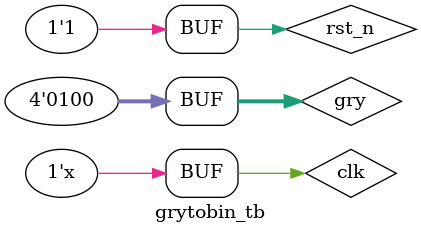
<source format=v>
/********************************Copyright**************************************                           
**----------------------------File information--------------------------
** File name  :grytobin_tb.v  
** CreateDate :2015.04
** Funtions   :测试文件
** Operate on :M5C06N3L114C7
** Copyright  :All rights reserved. 
** Version    :V1.0
**---------------------------Modify the file information----------------
** Modified by   :
** Modified data :        
** Modify Content:
*******************************************************************************/
 module  grytobin_tb;
 parameter width = 4;
 reg               clk;
 reg               rst_n;
 
 reg   [width-1:0] gry;
 
 wire  [width-1:0] bin;
 
  grytobin  grytobin_1 (
                                     .clk,
                                     .rst_n,
                                     
                                     .gry,
                                     .bin
                                         );


  parameter tck = 24;
  parameter t = 1000/tck;
 
  always 
    #(t/2) clk = ~clk;

  initial 
      begin
          clk = 0;
            rst_n = 0;
            gry = 0;
            
            #(20*t)  rst_n = 1;
            #(20*t)  gry = 1;
            #(20*t)  gry = 2;
            #(20*t)  gry = 3;
            #(20*t)  gry = 4;
      end
    
endmodule
</source>
